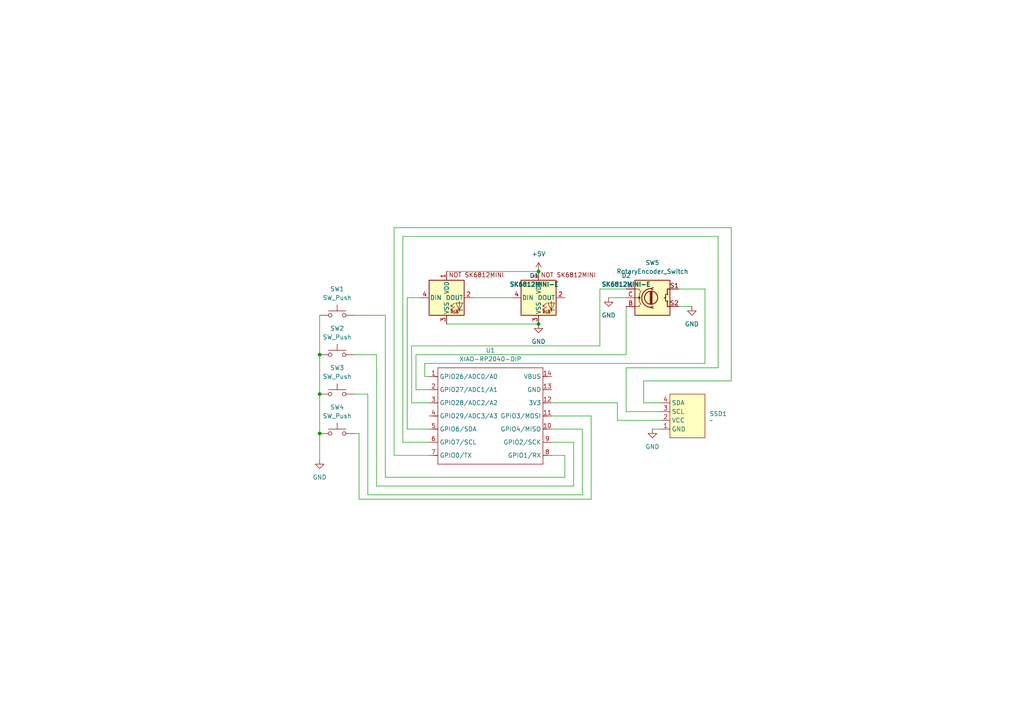
<source format=kicad_sch>
(kicad_sch
	(version 20250114)
	(generator "eeschema")
	(generator_version "9.0")
	(uuid "32935f62-a7e5-4c59-a3d3-df98859b00a3")
	(paper "A4")
	(lib_symbols
		(symbol "Device:RotaryEncoder_Switch"
			(pin_names
				(offset 0.254)
				(hide yes)
			)
			(exclude_from_sim no)
			(in_bom yes)
			(on_board yes)
			(property "Reference" "SW"
				(at 0 6.604 0)
				(effects
					(font
						(size 1.27 1.27)
					)
				)
			)
			(property "Value" "RotaryEncoder_Switch"
				(at 0 -6.604 0)
				(effects
					(font
						(size 1.27 1.27)
					)
				)
			)
			(property "Footprint" ""
				(at -3.81 4.064 0)
				(effects
					(font
						(size 1.27 1.27)
					)
					(hide yes)
				)
			)
			(property "Datasheet" "~"
				(at 0 6.604 0)
				(effects
					(font
						(size 1.27 1.27)
					)
					(hide yes)
				)
			)
			(property "Description" "Rotary encoder, dual channel, incremental quadrate outputs, with switch"
				(at 0 0 0)
				(effects
					(font
						(size 1.27 1.27)
					)
					(hide yes)
				)
			)
			(property "ki_keywords" "rotary switch encoder switch push button"
				(at 0 0 0)
				(effects
					(font
						(size 1.27 1.27)
					)
					(hide yes)
				)
			)
			(property "ki_fp_filters" "RotaryEncoder*Switch*"
				(at 0 0 0)
				(effects
					(font
						(size 1.27 1.27)
					)
					(hide yes)
				)
			)
			(symbol "RotaryEncoder_Switch_0_1"
				(rectangle
					(start -5.08 5.08)
					(end 5.08 -5.08)
					(stroke
						(width 0.254)
						(type default)
					)
					(fill
						(type background)
					)
				)
				(polyline
					(pts
						(xy -5.08 2.54) (xy -3.81 2.54) (xy -3.81 2.032)
					)
					(stroke
						(width 0)
						(type default)
					)
					(fill
						(type none)
					)
				)
				(polyline
					(pts
						(xy -5.08 0) (xy -3.81 0) (xy -3.81 -1.016) (xy -3.302 -2.032)
					)
					(stroke
						(width 0)
						(type default)
					)
					(fill
						(type none)
					)
				)
				(polyline
					(pts
						(xy -5.08 -2.54) (xy -3.81 -2.54) (xy -3.81 -2.032)
					)
					(stroke
						(width 0)
						(type default)
					)
					(fill
						(type none)
					)
				)
				(polyline
					(pts
						(xy -4.318 0) (xy -3.81 0) (xy -3.81 1.016) (xy -3.302 2.032)
					)
					(stroke
						(width 0)
						(type default)
					)
					(fill
						(type none)
					)
				)
				(circle
					(center -3.81 0)
					(radius 0.254)
					(stroke
						(width 0)
						(type default)
					)
					(fill
						(type outline)
					)
				)
				(polyline
					(pts
						(xy -0.635 -1.778) (xy -0.635 1.778)
					)
					(stroke
						(width 0.254)
						(type default)
					)
					(fill
						(type none)
					)
				)
				(circle
					(center -0.381 0)
					(radius 1.905)
					(stroke
						(width 0.254)
						(type default)
					)
					(fill
						(type none)
					)
				)
				(polyline
					(pts
						(xy -0.381 -1.778) (xy -0.381 1.778)
					)
					(stroke
						(width 0.254)
						(type default)
					)
					(fill
						(type none)
					)
				)
				(arc
					(start -0.381 -2.794)
					(mid -3.0988 -0.0635)
					(end -0.381 2.667)
					(stroke
						(width 0.254)
						(type default)
					)
					(fill
						(type none)
					)
				)
				(polyline
					(pts
						(xy -0.127 1.778) (xy -0.127 -1.778)
					)
					(stroke
						(width 0.254)
						(type default)
					)
					(fill
						(type none)
					)
				)
				(polyline
					(pts
						(xy 0.254 2.921) (xy -0.508 2.667) (xy 0.127 2.286)
					)
					(stroke
						(width 0.254)
						(type default)
					)
					(fill
						(type none)
					)
				)
				(polyline
					(pts
						(xy 0.254 -3.048) (xy -0.508 -2.794) (xy 0.127 -2.413)
					)
					(stroke
						(width 0.254)
						(type default)
					)
					(fill
						(type none)
					)
				)
				(polyline
					(pts
						(xy 3.81 1.016) (xy 3.81 -1.016)
					)
					(stroke
						(width 0.254)
						(type default)
					)
					(fill
						(type none)
					)
				)
				(polyline
					(pts
						(xy 3.81 0) (xy 3.429 0)
					)
					(stroke
						(width 0.254)
						(type default)
					)
					(fill
						(type none)
					)
				)
				(circle
					(center 4.318 1.016)
					(radius 0.127)
					(stroke
						(width 0.254)
						(type default)
					)
					(fill
						(type none)
					)
				)
				(circle
					(center 4.318 -1.016)
					(radius 0.127)
					(stroke
						(width 0.254)
						(type default)
					)
					(fill
						(type none)
					)
				)
				(polyline
					(pts
						(xy 5.08 2.54) (xy 4.318 2.54) (xy 4.318 1.016)
					)
					(stroke
						(width 0.254)
						(type default)
					)
					(fill
						(type none)
					)
				)
				(polyline
					(pts
						(xy 5.08 -2.54) (xy 4.318 -2.54) (xy 4.318 -1.016)
					)
					(stroke
						(width 0.254)
						(type default)
					)
					(fill
						(type none)
					)
				)
			)
			(symbol "RotaryEncoder_Switch_1_1"
				(pin passive line
					(at -7.62 2.54 0)
					(length 2.54)
					(name "A"
						(effects
							(font
								(size 1.27 1.27)
							)
						)
					)
					(number "A"
						(effects
							(font
								(size 1.27 1.27)
							)
						)
					)
				)
				(pin passive line
					(at -7.62 0 0)
					(length 2.54)
					(name "C"
						(effects
							(font
								(size 1.27 1.27)
							)
						)
					)
					(number "C"
						(effects
							(font
								(size 1.27 1.27)
							)
						)
					)
				)
				(pin passive line
					(at -7.62 -2.54 0)
					(length 2.54)
					(name "B"
						(effects
							(font
								(size 1.27 1.27)
							)
						)
					)
					(number "B"
						(effects
							(font
								(size 1.27 1.27)
							)
						)
					)
				)
				(pin passive line
					(at 7.62 2.54 180)
					(length 2.54)
					(name "S1"
						(effects
							(font
								(size 1.27 1.27)
							)
						)
					)
					(number "S1"
						(effects
							(font
								(size 1.27 1.27)
							)
						)
					)
				)
				(pin passive line
					(at 7.62 -2.54 180)
					(length 2.54)
					(name "S2"
						(effects
							(font
								(size 1.27 1.27)
							)
						)
					)
					(number "S2"
						(effects
							(font
								(size 1.27 1.27)
							)
						)
					)
				)
			)
			(embedded_fonts no)
		)
		(symbol "LEDsym:SK6812MINI-E"
			(pin_names
				(offset 0.254)
			)
			(exclude_from_sim no)
			(in_bom yes)
			(on_board yes)
			(property "Reference" "D"
				(at -3.556 5.842 0)
				(effects
					(font
						(size 1.27 1.27)
					)
					(justify right bottom)
				)
			)
			(property "Value" "SK6812MINI-E"
				(at 1.27 -5.715 0)
				(effects
					(font
						(size 1.27 1.27)
						(thickness 0.254)
						(bold yes)
					)
					(justify left top)
				)
			)
			(property "Footprint" "SK6812MINI-E - 3.2x2.8x1.78mm"
				(at 1.27 -7.62 0)
				(effects
					(font
						(size 1.27 1.27)
					)
					(justify left top)
					(hide yes)
				)
			)
			(property "Datasheet" "https://cdn-shop.adafruit.com/product-files/4960/4960_SK6812MINI-E_REV02_EN.pdf"
				(at 2.54 -9.525 0)
				(effects
					(font
						(size 1.27 1.27)
					)
					(justify left top)
					(hide yes)
				)
			)
			(property "Description" "RGB LED with integrated controller"
				(at 0 0 0)
				(effects
					(font
						(size 1.27 1.27)
					)
					(hide yes)
				)
			)
			(property "ki_keywords" "RGB LED NeoPixel Mini addressable"
				(at 0 0 0)
				(effects
					(font
						(size 1.27 1.27)
					)
					(hide yes)
				)
			)
			(property "ki_fp_filters" "LED*SK6812MINI*PLCC*3.5x3.5mm*P1.75mm*"
				(at 0 0 0)
				(effects
					(font
						(size 1.27 1.27)
					)
					(hide yes)
				)
			)
			(symbol "SK6812MINI-E_0_0"
				(text "RGB"
					(at 2.286 -4.191 0)
					(effects
						(font
							(size 0.762 0.762)
						)
					)
				)
			)
			(symbol "SK6812MINI-E_0_1"
				(rectangle
					(start -5.08 5.08)
					(end 5.08 -5.08)
					(stroke
						(width 0.254)
						(type default)
					)
					(fill
						(type background)
					)
				)
				(polyline
					(pts
						(xy 1.27 -2.54) (xy 1.778 -2.54)
					)
					(stroke
						(width 0)
						(type default)
					)
					(fill
						(type none)
					)
				)
				(polyline
					(pts
						(xy 1.27 -3.556) (xy 1.778 -3.556)
					)
					(stroke
						(width 0)
						(type default)
					)
					(fill
						(type none)
					)
				)
				(polyline
					(pts
						(xy 2.286 -1.524) (xy 1.27 -2.54) (xy 1.27 -2.032)
					)
					(stroke
						(width 0)
						(type default)
					)
					(fill
						(type none)
					)
				)
				(polyline
					(pts
						(xy 2.286 -2.54) (xy 1.27 -3.556) (xy 1.27 -3.048)
					)
					(stroke
						(width 0)
						(type default)
					)
					(fill
						(type none)
					)
				)
				(polyline
					(pts
						(xy 3.683 -1.016) (xy 3.683 -3.556) (xy 3.683 -4.064)
					)
					(stroke
						(width 0)
						(type default)
					)
					(fill
						(type none)
					)
				)
				(polyline
					(pts
						(xy 4.699 -1.524) (xy 2.667 -1.524) (xy 3.683 -3.556) (xy 4.699 -1.524)
					)
					(stroke
						(width 0)
						(type default)
					)
					(fill
						(type none)
					)
				)
				(polyline
					(pts
						(xy 4.699 -3.556) (xy 2.667 -3.556)
					)
					(stroke
						(width 0)
						(type default)
					)
					(fill
						(type none)
					)
				)
			)
			(symbol "SK6812MINI-E_1_1"
				(text "NOT SK6812MINI"
					(at 8.636 6.604 0)
					(effects
						(font
							(size 1.27 1.27)
						)
					)
				)
				(pin input line
					(at -7.62 0 0)
					(length 2.54)
					(name "DIN"
						(effects
							(font
								(size 1.27 1.27)
							)
						)
					)
					(number "4"
						(effects
							(font
								(size 1.27 1.27)
							)
						)
					)
				)
				(pin power_in line
					(at 0 7.62 270)
					(length 2.54)
					(name "VDD"
						(effects
							(font
								(size 1.27 1.27)
							)
						)
					)
					(number "1"
						(effects
							(font
								(size 1.27 1.27)
							)
						)
					)
				)
				(pin power_in line
					(at 0 -7.62 90)
					(length 2.54)
					(name "VSS"
						(effects
							(font
								(size 1.27 1.27)
							)
						)
					)
					(number "3"
						(effects
							(font
								(size 1.27 1.27)
							)
						)
					)
				)
				(pin output line
					(at 7.62 0 180)
					(length 2.54)
					(name "DOUT"
						(effects
							(font
								(size 1.27 1.27)
							)
						)
					)
					(number "2"
						(effects
							(font
								(size 1.27 1.27)
							)
						)
					)
				)
			)
			(embedded_fonts no)
		)
		(symbol "OLEDsym:SSD1306_0.91_OLED"
			(exclude_from_sim no)
			(in_bom yes)
			(on_board yes)
			(property "Reference" "SSD1306"
				(at -0.254 7.874 0)
				(effects
					(font
						(size 1.27 1.27)
					)
				)
			)
			(property "Value" ""
				(at 0 0 0)
				(effects
					(font
						(size 1.27 1.27)
					)
				)
			)
			(property "Footprint" ""
				(at 0 0 0)
				(effects
					(font
						(size 1.27 1.27)
					)
					(hide yes)
				)
			)
			(property "Datasheet" ""
				(at 0 0 0)
				(effects
					(font
						(size 1.27 1.27)
					)
					(hide yes)
				)
			)
			(property "Description" ""
				(at 0 0 0)
				(effects
					(font
						(size 1.27 1.27)
					)
					(hide yes)
				)
			)
			(symbol "SSD1306_0.91_OLED_1_1"
				(rectangle
					(start -5.08 6.35)
					(end 5.08 -6.35)
					(stroke
						(width 0)
						(type solid)
					)
					(fill
						(type background)
					)
				)
				(pin bidirectional line
					(at -7.62 3.81 0)
					(length 2.54)
					(name "SDA"
						(effects
							(font
								(size 1.27 1.27)
							)
						)
					)
					(number "4"
						(effects
							(font
								(size 1.27 1.27)
							)
						)
					)
				)
				(pin bidirectional line
					(at -7.62 1.27 0)
					(length 2.54)
					(name "SCL"
						(effects
							(font
								(size 1.27 1.27)
							)
						)
					)
					(number "3"
						(effects
							(font
								(size 1.27 1.27)
							)
						)
					)
				)
				(pin power_in line
					(at -7.62 -1.27 0)
					(length 2.54)
					(name "VCC"
						(effects
							(font
								(size 1.27 1.27)
							)
						)
					)
					(number "2"
						(effects
							(font
								(size 1.27 1.27)
							)
						)
					)
				)
				(pin power_in line
					(at -7.62 -3.81 0)
					(length 2.54)
					(name "GND"
						(effects
							(font
								(size 1.27 1.27)
							)
						)
					)
					(number "1"
						(effects
							(font
								(size 1.27 1.27)
							)
						)
					)
				)
			)
			(embedded_fonts no)
		)
		(symbol "OPL:XIAO-RP2040-DIP"
			(exclude_from_sim no)
			(in_bom yes)
			(on_board yes)
			(property "Reference" "U"
				(at 0 0 0)
				(effects
					(font
						(size 1.27 1.27)
					)
				)
			)
			(property "Value" "XIAO-RP2040-DIP"
				(at 5.334 -1.778 0)
				(effects
					(font
						(size 1.27 1.27)
					)
				)
			)
			(property "Footprint" "Module:MOUDLE14P-XIAO-DIP-SMD"
				(at 14.478 -32.258 0)
				(effects
					(font
						(size 1.27 1.27)
					)
					(hide yes)
				)
			)
			(property "Datasheet" ""
				(at 0 0 0)
				(effects
					(font
						(size 1.27 1.27)
					)
					(hide yes)
				)
			)
			(property "Description" ""
				(at 0 0 0)
				(effects
					(font
						(size 1.27 1.27)
					)
					(hide yes)
				)
			)
			(symbol "XIAO-RP2040-DIP_1_0"
				(polyline
					(pts
						(xy -1.27 -2.54) (xy 29.21 -2.54)
					)
					(stroke
						(width 0.1524)
						(type solid)
					)
					(fill
						(type none)
					)
				)
				(polyline
					(pts
						(xy -1.27 -5.08) (xy -2.54 -5.08)
					)
					(stroke
						(width 0.1524)
						(type solid)
					)
					(fill
						(type none)
					)
				)
				(polyline
					(pts
						(xy -1.27 -5.08) (xy -1.27 -2.54)
					)
					(stroke
						(width 0.1524)
						(type solid)
					)
					(fill
						(type none)
					)
				)
				(polyline
					(pts
						(xy -1.27 -8.89) (xy -2.54 -8.89)
					)
					(stroke
						(width 0.1524)
						(type solid)
					)
					(fill
						(type none)
					)
				)
				(polyline
					(pts
						(xy -1.27 -8.89) (xy -1.27 -5.08)
					)
					(stroke
						(width 0.1524)
						(type solid)
					)
					(fill
						(type none)
					)
				)
				(polyline
					(pts
						(xy -1.27 -12.7) (xy -2.54 -12.7)
					)
					(stroke
						(width 0.1524)
						(type solid)
					)
					(fill
						(type none)
					)
				)
				(polyline
					(pts
						(xy -1.27 -12.7) (xy -1.27 -8.89)
					)
					(stroke
						(width 0.1524)
						(type solid)
					)
					(fill
						(type none)
					)
				)
				(polyline
					(pts
						(xy -1.27 -16.51) (xy -2.54 -16.51)
					)
					(stroke
						(width 0.1524)
						(type solid)
					)
					(fill
						(type none)
					)
				)
				(polyline
					(pts
						(xy -1.27 -16.51) (xy -1.27 -12.7)
					)
					(stroke
						(width 0.1524)
						(type solid)
					)
					(fill
						(type none)
					)
				)
				(polyline
					(pts
						(xy -1.27 -20.32) (xy -2.54 -20.32)
					)
					(stroke
						(width 0.1524)
						(type solid)
					)
					(fill
						(type none)
					)
				)
				(polyline
					(pts
						(xy -1.27 -24.13) (xy -2.54 -24.13)
					)
					(stroke
						(width 0.1524)
						(type solid)
					)
					(fill
						(type none)
					)
				)
				(polyline
					(pts
						(xy -1.27 -27.94) (xy -2.54 -27.94)
					)
					(stroke
						(width 0.1524)
						(type solid)
					)
					(fill
						(type none)
					)
				)
				(polyline
					(pts
						(xy -1.27 -30.48) (xy -1.27 -16.51)
					)
					(stroke
						(width 0.1524)
						(type solid)
					)
					(fill
						(type none)
					)
				)
				(polyline
					(pts
						(xy 29.21 -2.54) (xy 29.21 -5.08)
					)
					(stroke
						(width 0.1524)
						(type solid)
					)
					(fill
						(type none)
					)
				)
				(polyline
					(pts
						(xy 29.21 -5.08) (xy 29.21 -8.89)
					)
					(stroke
						(width 0.1524)
						(type solid)
					)
					(fill
						(type none)
					)
				)
				(polyline
					(pts
						(xy 29.21 -8.89) (xy 29.21 -12.7)
					)
					(stroke
						(width 0.1524)
						(type solid)
					)
					(fill
						(type none)
					)
				)
				(polyline
					(pts
						(xy 29.21 -12.7) (xy 29.21 -30.48)
					)
					(stroke
						(width 0.1524)
						(type solid)
					)
					(fill
						(type none)
					)
				)
				(polyline
					(pts
						(xy 29.21 -30.48) (xy -1.27 -30.48)
					)
					(stroke
						(width 0.1524)
						(type solid)
					)
					(fill
						(type none)
					)
				)
				(polyline
					(pts
						(xy 30.48 -5.08) (xy 29.21 -5.08)
					)
					(stroke
						(width 0.1524)
						(type solid)
					)
					(fill
						(type none)
					)
				)
				(polyline
					(pts
						(xy 30.48 -8.89) (xy 29.21 -8.89)
					)
					(stroke
						(width 0.1524)
						(type solid)
					)
					(fill
						(type none)
					)
				)
				(polyline
					(pts
						(xy 30.48 -12.7) (xy 29.21 -12.7)
					)
					(stroke
						(width 0.1524)
						(type solid)
					)
					(fill
						(type none)
					)
				)
				(polyline
					(pts
						(xy 30.48 -16.51) (xy 29.21 -16.51)
					)
					(stroke
						(width 0.1524)
						(type solid)
					)
					(fill
						(type none)
					)
				)
				(polyline
					(pts
						(xy 30.48 -20.32) (xy 29.21 -20.32)
					)
					(stroke
						(width 0.1524)
						(type solid)
					)
					(fill
						(type none)
					)
				)
				(polyline
					(pts
						(xy 30.48 -24.13) (xy 29.21 -24.13)
					)
					(stroke
						(width 0.1524)
						(type solid)
					)
					(fill
						(type none)
					)
				)
				(polyline
					(pts
						(xy 30.48 -27.94) (xy 29.21 -27.94)
					)
					(stroke
						(width 0.1524)
						(type solid)
					)
					(fill
						(type none)
					)
				)
				(pin passive line
					(at -3.81 -5.08 0)
					(length 2.54)
					(name "GPIO26/ADC0/A0"
						(effects
							(font
								(size 1.27 1.27)
							)
						)
					)
					(number "1"
						(effects
							(font
								(size 1.27 1.27)
							)
						)
					)
				)
				(pin passive line
					(at -3.81 -8.89 0)
					(length 2.54)
					(name "GPIO27/ADC1/A1"
						(effects
							(font
								(size 1.27 1.27)
							)
						)
					)
					(number "2"
						(effects
							(font
								(size 1.27 1.27)
							)
						)
					)
				)
				(pin passive line
					(at -3.81 -12.7 0)
					(length 2.54)
					(name "GPIO28/ADC2/A2"
						(effects
							(font
								(size 1.27 1.27)
							)
						)
					)
					(number "3"
						(effects
							(font
								(size 1.27 1.27)
							)
						)
					)
				)
				(pin passive line
					(at -3.81 -16.51 0)
					(length 2.54)
					(name "GPIO29/ADC3/A3"
						(effects
							(font
								(size 1.27 1.27)
							)
						)
					)
					(number "4"
						(effects
							(font
								(size 1.27 1.27)
							)
						)
					)
				)
				(pin passive line
					(at -3.81 -20.32 0)
					(length 2.54)
					(name "GPIO6/SDA"
						(effects
							(font
								(size 1.27 1.27)
							)
						)
					)
					(number "5"
						(effects
							(font
								(size 1.27 1.27)
							)
						)
					)
				)
				(pin passive line
					(at -3.81 -24.13 0)
					(length 2.54)
					(name "GPIO7/SCL"
						(effects
							(font
								(size 1.27 1.27)
							)
						)
					)
					(number "6"
						(effects
							(font
								(size 1.27 1.27)
							)
						)
					)
				)
				(pin passive line
					(at -3.81 -27.94 0)
					(length 2.54)
					(name "GPIO0/TX"
						(effects
							(font
								(size 1.27 1.27)
							)
						)
					)
					(number "7"
						(effects
							(font
								(size 1.27 1.27)
							)
						)
					)
				)
				(pin passive line
					(at 31.75 -5.08 180)
					(length 2.54)
					(name "VBUS"
						(effects
							(font
								(size 1.27 1.27)
							)
						)
					)
					(number "14"
						(effects
							(font
								(size 1.27 1.27)
							)
						)
					)
				)
				(pin passive line
					(at 31.75 -8.89 180)
					(length 2.54)
					(name "GND"
						(effects
							(font
								(size 1.27 1.27)
							)
						)
					)
					(number "13"
						(effects
							(font
								(size 1.27 1.27)
							)
						)
					)
				)
				(pin passive line
					(at 31.75 -12.7 180)
					(length 2.54)
					(name "3V3"
						(effects
							(font
								(size 1.27 1.27)
							)
						)
					)
					(number "12"
						(effects
							(font
								(size 1.27 1.27)
							)
						)
					)
				)
				(pin passive line
					(at 31.75 -16.51 180)
					(length 2.54)
					(name "GPIO3/MOSI"
						(effects
							(font
								(size 1.27 1.27)
							)
						)
					)
					(number "11"
						(effects
							(font
								(size 1.27 1.27)
							)
						)
					)
				)
				(pin passive line
					(at 31.75 -20.32 180)
					(length 2.54)
					(name "GPIO4/MISO"
						(effects
							(font
								(size 1.27 1.27)
							)
						)
					)
					(number "10"
						(effects
							(font
								(size 1.27 1.27)
							)
						)
					)
				)
				(pin passive line
					(at 31.75 -24.13 180)
					(length 2.54)
					(name "GPIO2/SCK"
						(effects
							(font
								(size 1.27 1.27)
							)
						)
					)
					(number "9"
						(effects
							(font
								(size 1.27 1.27)
							)
						)
					)
				)
				(pin passive line
					(at 31.75 -27.94 180)
					(length 2.54)
					(name "GPIO1/RX"
						(effects
							(font
								(size 1.27 1.27)
							)
						)
					)
					(number "8"
						(effects
							(font
								(size 1.27 1.27)
							)
						)
					)
				)
			)
			(embedded_fonts no)
		)
		(symbol "Switch:SW_Push"
			(pin_numbers
				(hide yes)
			)
			(pin_names
				(offset 1.016)
				(hide yes)
			)
			(exclude_from_sim no)
			(in_bom yes)
			(on_board yes)
			(property "Reference" "SW"
				(at 1.27 2.54 0)
				(effects
					(font
						(size 1.27 1.27)
					)
					(justify left)
				)
			)
			(property "Value" "SW_Push"
				(at 0 -1.524 0)
				(effects
					(font
						(size 1.27 1.27)
					)
				)
			)
			(property "Footprint" ""
				(at 0 5.08 0)
				(effects
					(font
						(size 1.27 1.27)
					)
					(hide yes)
				)
			)
			(property "Datasheet" "~"
				(at 0 5.08 0)
				(effects
					(font
						(size 1.27 1.27)
					)
					(hide yes)
				)
			)
			(property "Description" "Push button switch, generic, two pins"
				(at 0 0 0)
				(effects
					(font
						(size 1.27 1.27)
					)
					(hide yes)
				)
			)
			(property "ki_keywords" "switch normally-open pushbutton push-button"
				(at 0 0 0)
				(effects
					(font
						(size 1.27 1.27)
					)
					(hide yes)
				)
			)
			(symbol "SW_Push_0_1"
				(circle
					(center -2.032 0)
					(radius 0.508)
					(stroke
						(width 0)
						(type default)
					)
					(fill
						(type none)
					)
				)
				(polyline
					(pts
						(xy 0 1.27) (xy 0 3.048)
					)
					(stroke
						(width 0)
						(type default)
					)
					(fill
						(type none)
					)
				)
				(circle
					(center 2.032 0)
					(radius 0.508)
					(stroke
						(width 0)
						(type default)
					)
					(fill
						(type none)
					)
				)
				(polyline
					(pts
						(xy 2.54 1.27) (xy -2.54 1.27)
					)
					(stroke
						(width 0)
						(type default)
					)
					(fill
						(type none)
					)
				)
				(pin passive line
					(at -5.08 0 0)
					(length 2.54)
					(name "1"
						(effects
							(font
								(size 1.27 1.27)
							)
						)
					)
					(number "1"
						(effects
							(font
								(size 1.27 1.27)
							)
						)
					)
				)
				(pin passive line
					(at 5.08 0 180)
					(length 2.54)
					(name "2"
						(effects
							(font
								(size 1.27 1.27)
							)
						)
					)
					(number "2"
						(effects
							(font
								(size 1.27 1.27)
							)
						)
					)
				)
			)
			(embedded_fonts no)
		)
		(symbol "power:+5V"
			(power)
			(pin_numbers
				(hide yes)
			)
			(pin_names
				(offset 0)
				(hide yes)
			)
			(exclude_from_sim no)
			(in_bom yes)
			(on_board yes)
			(property "Reference" "#PWR"
				(at 0 -3.81 0)
				(effects
					(font
						(size 1.27 1.27)
					)
					(hide yes)
				)
			)
			(property "Value" "+5V"
				(at 0 3.556 0)
				(effects
					(font
						(size 1.27 1.27)
					)
				)
			)
			(property "Footprint" ""
				(at 0 0 0)
				(effects
					(font
						(size 1.27 1.27)
					)
					(hide yes)
				)
			)
			(property "Datasheet" ""
				(at 0 0 0)
				(effects
					(font
						(size 1.27 1.27)
					)
					(hide yes)
				)
			)
			(property "Description" "Power symbol creates a global label with name \"+5V\""
				(at 0 0 0)
				(effects
					(font
						(size 1.27 1.27)
					)
					(hide yes)
				)
			)
			(property "ki_keywords" "global power"
				(at 0 0 0)
				(effects
					(font
						(size 1.27 1.27)
					)
					(hide yes)
				)
			)
			(symbol "+5V_0_1"
				(polyline
					(pts
						(xy -0.762 1.27) (xy 0 2.54)
					)
					(stroke
						(width 0)
						(type default)
					)
					(fill
						(type none)
					)
				)
				(polyline
					(pts
						(xy 0 2.54) (xy 0.762 1.27)
					)
					(stroke
						(width 0)
						(type default)
					)
					(fill
						(type none)
					)
				)
				(polyline
					(pts
						(xy 0 0) (xy 0 2.54)
					)
					(stroke
						(width 0)
						(type default)
					)
					(fill
						(type none)
					)
				)
			)
			(symbol "+5V_1_1"
				(pin power_in line
					(at 0 0 90)
					(length 0)
					(name "~"
						(effects
							(font
								(size 1.27 1.27)
							)
						)
					)
					(number "1"
						(effects
							(font
								(size 1.27 1.27)
							)
						)
					)
				)
			)
			(embedded_fonts no)
		)
		(symbol "power:GND"
			(power)
			(pin_numbers
				(hide yes)
			)
			(pin_names
				(offset 0)
				(hide yes)
			)
			(exclude_from_sim no)
			(in_bom yes)
			(on_board yes)
			(property "Reference" "#PWR"
				(at 0 -6.35 0)
				(effects
					(font
						(size 1.27 1.27)
					)
					(hide yes)
				)
			)
			(property "Value" "GND"
				(at 0 -3.81 0)
				(effects
					(font
						(size 1.27 1.27)
					)
				)
			)
			(property "Footprint" ""
				(at 0 0 0)
				(effects
					(font
						(size 1.27 1.27)
					)
					(hide yes)
				)
			)
			(property "Datasheet" ""
				(at 0 0 0)
				(effects
					(font
						(size 1.27 1.27)
					)
					(hide yes)
				)
			)
			(property "Description" "Power symbol creates a global label with name \"GND\" , ground"
				(at 0 0 0)
				(effects
					(font
						(size 1.27 1.27)
					)
					(hide yes)
				)
			)
			(property "ki_keywords" "global power"
				(at 0 0 0)
				(effects
					(font
						(size 1.27 1.27)
					)
					(hide yes)
				)
			)
			(symbol "GND_0_1"
				(polyline
					(pts
						(xy 0 0) (xy 0 -1.27) (xy 1.27 -1.27) (xy 0 -2.54) (xy -1.27 -1.27) (xy 0 -1.27)
					)
					(stroke
						(width 0)
						(type default)
					)
					(fill
						(type none)
					)
				)
			)
			(symbol "GND_1_1"
				(pin power_in line
					(at 0 0 270)
					(length 0)
					(name "~"
						(effects
							(font
								(size 1.27 1.27)
							)
						)
					)
					(number "1"
						(effects
							(font
								(size 1.27 1.27)
							)
						)
					)
				)
			)
			(embedded_fonts no)
		)
	)
	(junction
		(at 92.71 114.3)
		(diameter 0)
		(color 0 0 0 0)
		(uuid "0e95dc6a-f55d-4732-8348-ea6a41cb9051")
	)
	(junction
		(at 92.71 102.87)
		(diameter 0)
		(color 0 0 0 0)
		(uuid "34b00a6f-9c35-47f5-86d0-17dad86fc009")
	)
	(junction
		(at 156.21 93.98)
		(diameter 0)
		(color 0 0 0 0)
		(uuid "840d080d-f6da-4d27-8fc5-1a403040b7bd")
	)
	(junction
		(at 92.71 125.73)
		(diameter 0)
		(color 0 0 0 0)
		(uuid "9191636d-9d48-496e-9239-4de2ca902e6a")
	)
	(junction
		(at 156.21 78.74)
		(diameter 0)
		(color 0 0 0 0)
		(uuid "b80d34b4-6f55-4c0c-8c48-bafd353cbc76")
	)
	(wire
		(pts
			(xy 181.61 102.87) (xy 120.65 102.87)
		)
		(stroke
			(width 0)
			(type default)
		)
		(uuid "01215826-de19-47f7-b52b-0b329c1c3b8b")
	)
	(wire
		(pts
			(xy 208.28 68.58) (xy 116.84 68.58)
		)
		(stroke
			(width 0)
			(type default)
		)
		(uuid "0490b007-ab67-4118-9202-6f21312cf3c2")
	)
	(wire
		(pts
			(xy 109.22 102.87) (xy 102.87 102.87)
		)
		(stroke
			(width 0)
			(type default)
		)
		(uuid "05d24216-fdf8-4385-8233-cf5efabea5fe")
	)
	(wire
		(pts
			(xy 104.14 125.73) (xy 102.87 125.73)
		)
		(stroke
			(width 0)
			(type default)
		)
		(uuid "087f094f-66f1-4c7b-b153-30c68ec10dc4")
	)
	(wire
		(pts
			(xy 208.28 106.68) (xy 208.28 68.58)
		)
		(stroke
			(width 0)
			(type default)
		)
		(uuid "0f8d06b0-e29e-42e4-a734-d7fd73866efa")
	)
	(wire
		(pts
			(xy 116.84 68.58) (xy 116.84 128.27)
		)
		(stroke
			(width 0)
			(type default)
		)
		(uuid "10b86462-3bda-4fa9-b731-6649af5e98e3")
	)
	(wire
		(pts
			(xy 166.37 140.97) (xy 109.22 140.97)
		)
		(stroke
			(width 0)
			(type default)
		)
		(uuid "113b4aa4-e0f0-4b14-adbd-7740f487e349")
	)
	(wire
		(pts
			(xy 181.61 106.68) (xy 208.28 106.68)
		)
		(stroke
			(width 0)
			(type default)
		)
		(uuid "1245a30e-38ee-4455-b0a3-17e76d911b4b")
	)
	(wire
		(pts
			(xy 212.09 110.49) (xy 212.09 66.04)
		)
		(stroke
			(width 0)
			(type default)
		)
		(uuid "13c4243d-c6ac-4c55-86cb-c501e25796a8")
	)
	(wire
		(pts
			(xy 196.85 88.9) (xy 200.66 88.9)
		)
		(stroke
			(width 0)
			(type default)
		)
		(uuid "15316edc-9219-4f7e-95bb-7b3388d1fcf7")
	)
	(wire
		(pts
			(xy 191.77 116.84) (xy 186.69 116.84)
		)
		(stroke
			(width 0)
			(type default)
		)
		(uuid "15b01f29-81ab-484f-877b-0f8c88124c0c")
	)
	(wire
		(pts
			(xy 181.61 119.38) (xy 181.61 106.68)
		)
		(stroke
			(width 0)
			(type default)
		)
		(uuid "16d0cb7a-914c-489c-bfb1-9fa720a44f49")
	)
	(wire
		(pts
			(xy 204.47 105.41) (xy 123.19 105.41)
		)
		(stroke
			(width 0)
			(type default)
		)
		(uuid "17560bc1-71a7-46f2-b842-144f407fa2bd")
	)
	(wire
		(pts
			(xy 92.71 91.44) (xy 92.71 102.87)
		)
		(stroke
			(width 0)
			(type default)
		)
		(uuid "18000921-3ade-4925-88b6-1611d1f8b012")
	)
	(wire
		(pts
			(xy 163.83 138.43) (xy 111.76 138.43)
		)
		(stroke
			(width 0)
			(type default)
		)
		(uuid "1a0ba087-f299-43bc-8d53-8a7b5d36a452")
	)
	(wire
		(pts
			(xy 104.14 144.78) (xy 104.14 125.73)
		)
		(stroke
			(width 0)
			(type default)
		)
		(uuid "2dada7b4-51c6-443f-ba26-55995ac5dbd8")
	)
	(wire
		(pts
			(xy 106.68 114.3) (xy 102.87 114.3)
		)
		(stroke
			(width 0)
			(type default)
		)
		(uuid "2ed9bde4-8592-487d-aa69-d8d455820617")
	)
	(wire
		(pts
			(xy 118.11 124.46) (xy 118.11 86.36)
		)
		(stroke
			(width 0)
			(type default)
		)
		(uuid "2f3962b5-2f46-4f92-b132-58d8ca0120c6")
	)
	(wire
		(pts
			(xy 168.91 124.46) (xy 168.91 143.51)
		)
		(stroke
			(width 0)
			(type default)
		)
		(uuid "318ee3bd-4c39-433b-9fde-cdde4c30d7e8")
	)
	(wire
		(pts
			(xy 124.46 124.46) (xy 118.11 124.46)
		)
		(stroke
			(width 0)
			(type default)
		)
		(uuid "3b9bd2a2-47aa-46c4-94ce-036a8f14f40b")
	)
	(wire
		(pts
			(xy 173.99 83.82) (xy 173.99 100.33)
		)
		(stroke
			(width 0)
			(type default)
		)
		(uuid "44952c0d-ac01-4a2b-b913-36223d7b496a")
	)
	(wire
		(pts
			(xy 111.76 91.44) (xy 102.87 91.44)
		)
		(stroke
			(width 0)
			(type default)
		)
		(uuid "449a09fd-bf4d-46f6-8534-6107a7dc5b87")
	)
	(wire
		(pts
			(xy 92.71 125.73) (xy 92.71 133.35)
		)
		(stroke
			(width 0)
			(type default)
		)
		(uuid "4b17e959-0504-4a76-b30a-2d14ddc5794b")
	)
	(wire
		(pts
			(xy 173.99 100.33) (xy 119.38 100.33)
		)
		(stroke
			(width 0)
			(type default)
		)
		(uuid "4f1471f5-481f-4c57-ac9a-5e3a896b5dd1")
	)
	(wire
		(pts
			(xy 160.02 124.46) (xy 168.91 124.46)
		)
		(stroke
			(width 0)
			(type default)
		)
		(uuid "4f823806-6961-4a5e-bc05-ab9fbb765821")
	)
	(wire
		(pts
			(xy 92.71 102.87) (xy 92.71 114.3)
		)
		(stroke
			(width 0)
			(type default)
		)
		(uuid "53664f06-3726-4d38-8a31-766b55f28d26")
	)
	(wire
		(pts
			(xy 212.09 66.04) (xy 114.3 66.04)
		)
		(stroke
			(width 0)
			(type default)
		)
		(uuid "53f6651e-2530-4338-bf33-db456369e5d2")
	)
	(wire
		(pts
			(xy 116.84 128.27) (xy 124.46 128.27)
		)
		(stroke
			(width 0)
			(type default)
		)
		(uuid "540bed04-0965-4f42-883b-4f5e403c11c5")
	)
	(wire
		(pts
			(xy 114.3 66.04) (xy 114.3 132.08)
		)
		(stroke
			(width 0)
			(type default)
		)
		(uuid "6398e957-893f-466e-b3c8-f9fa617eaa1e")
	)
	(wire
		(pts
			(xy 137.16 86.36) (xy 148.59 86.36)
		)
		(stroke
			(width 0)
			(type default)
		)
		(uuid "6893d7b3-69ff-45a9-aa8d-88ac36ec75b9")
	)
	(wire
		(pts
			(xy 92.71 114.3) (xy 92.71 125.73)
		)
		(stroke
			(width 0)
			(type default)
		)
		(uuid "6bff95dc-c7ab-49fa-8055-44cc7ffe997d")
	)
	(wire
		(pts
			(xy 118.11 86.36) (xy 121.92 86.36)
		)
		(stroke
			(width 0)
			(type default)
		)
		(uuid "7004768e-affe-48e5-b382-664c40ac7a95")
	)
	(wire
		(pts
			(xy 191.77 121.92) (xy 179.07 121.92)
		)
		(stroke
			(width 0)
			(type default)
		)
		(uuid "799e4d32-f2db-413f-8ccf-84bbb16b21cb")
	)
	(wire
		(pts
			(xy 119.38 100.33) (xy 119.38 116.84)
		)
		(stroke
			(width 0)
			(type default)
		)
		(uuid "7d032ca6-0743-4fbf-b021-c9025ebc12b3")
	)
	(wire
		(pts
			(xy 196.85 83.82) (xy 204.47 83.82)
		)
		(stroke
			(width 0)
			(type default)
		)
		(uuid "829499e2-7b01-4283-b377-e94652a11aec")
	)
	(wire
		(pts
			(xy 123.19 109.22) (xy 124.46 109.22)
		)
		(stroke
			(width 0)
			(type default)
		)
		(uuid "83e928b6-620e-4371-8440-d8ec26dfadfb")
	)
	(wire
		(pts
			(xy 111.76 138.43) (xy 111.76 91.44)
		)
		(stroke
			(width 0)
			(type default)
		)
		(uuid "86a65a33-7797-4708-bc55-79bc63457e10")
	)
	(wire
		(pts
			(xy 176.53 86.36) (xy 181.61 86.36)
		)
		(stroke
			(width 0)
			(type default)
		)
		(uuid "88bd6846-dcc4-44c1-be5a-2cd10f63d5e5")
	)
	(wire
		(pts
			(xy 114.3 132.08) (xy 124.46 132.08)
		)
		(stroke
			(width 0)
			(type default)
		)
		(uuid "8ed7373f-f05e-4bb6-a709-902041e7f1c7")
	)
	(wire
		(pts
			(xy 168.91 143.51) (xy 106.68 143.51)
		)
		(stroke
			(width 0)
			(type default)
		)
		(uuid "921c2e8d-d57f-4d61-b24b-950fb695145c")
	)
	(wire
		(pts
			(xy 181.61 88.9) (xy 181.61 102.87)
		)
		(stroke
			(width 0)
			(type default)
		)
		(uuid "977ff07c-671e-4482-9dc1-cd2f436a4370")
	)
	(wire
		(pts
			(xy 160.02 120.65) (xy 171.45 120.65)
		)
		(stroke
			(width 0)
			(type default)
		)
		(uuid "9befd685-8b87-47a4-9884-0c27445def7f")
	)
	(wire
		(pts
			(xy 171.45 144.78) (xy 104.14 144.78)
		)
		(stroke
			(width 0)
			(type default)
		)
		(uuid "9c50ba6f-3fb4-494b-a5e8-3721a485c52c")
	)
	(wire
		(pts
			(xy 163.83 132.08) (xy 163.83 138.43)
		)
		(stroke
			(width 0)
			(type default)
		)
		(uuid "9cc5bfec-4df1-45d6-a350-614494b7a437")
	)
	(wire
		(pts
			(xy 129.54 78.74) (xy 156.21 78.74)
		)
		(stroke
			(width 0)
			(type default)
		)
		(uuid "9da57af2-4f2b-4f32-b842-78ea89afb10c")
	)
	(wire
		(pts
			(xy 191.77 119.38) (xy 181.61 119.38)
		)
		(stroke
			(width 0)
			(type default)
		)
		(uuid "9dd666c7-675b-4351-9247-41b9febe3016")
	)
	(wire
		(pts
			(xy 171.45 120.65) (xy 171.45 144.78)
		)
		(stroke
			(width 0)
			(type default)
		)
		(uuid "ac2d26a9-3323-4d8e-b056-5dbff8217cba")
	)
	(wire
		(pts
			(xy 129.54 93.98) (xy 156.21 93.98)
		)
		(stroke
			(width 0)
			(type default)
		)
		(uuid "b095b452-7b20-4902-b0b5-8651962d2ab3")
	)
	(wire
		(pts
			(xy 106.68 143.51) (xy 106.68 114.3)
		)
		(stroke
			(width 0)
			(type default)
		)
		(uuid "bad510bb-613e-41c3-a76b-ca569d656210")
	)
	(wire
		(pts
			(xy 181.61 83.82) (xy 173.99 83.82)
		)
		(stroke
			(width 0)
			(type default)
		)
		(uuid "bbe473a4-0cfc-41ca-a812-d05466a603f9")
	)
	(wire
		(pts
			(xy 179.07 116.84) (xy 160.02 116.84)
		)
		(stroke
			(width 0)
			(type default)
		)
		(uuid "beb7fac5-1b60-4e28-bb1d-4cb924fe1a29")
	)
	(wire
		(pts
			(xy 160.02 132.08) (xy 163.83 132.08)
		)
		(stroke
			(width 0)
			(type default)
		)
		(uuid "bf2bf4cd-aa01-4eef-9359-af716bcc9689")
	)
	(wire
		(pts
			(xy 186.69 110.49) (xy 212.09 110.49)
		)
		(stroke
			(width 0)
			(type default)
		)
		(uuid "bf55a422-803f-472d-b522-23a4f9710ea6")
	)
	(wire
		(pts
			(xy 189.23 124.46) (xy 191.77 124.46)
		)
		(stroke
			(width 0)
			(type default)
		)
		(uuid "c0affd63-66e2-48f8-bf52-c7a7ce7492b8")
	)
	(wire
		(pts
			(xy 120.65 113.03) (xy 124.46 113.03)
		)
		(stroke
			(width 0)
			(type default)
		)
		(uuid "c2df9862-c798-45ea-bed5-e4bf9e1e0efb")
	)
	(wire
		(pts
			(xy 179.07 121.92) (xy 179.07 116.84)
		)
		(stroke
			(width 0)
			(type default)
		)
		(uuid "cf538e9c-fc1a-44f6-b978-706691795c12")
	)
	(wire
		(pts
			(xy 119.38 116.84) (xy 124.46 116.84)
		)
		(stroke
			(width 0)
			(type default)
		)
		(uuid "d2413623-6276-4a59-88c8-80e942663ce8")
	)
	(wire
		(pts
			(xy 204.47 83.82) (xy 204.47 105.41)
		)
		(stroke
			(width 0)
			(type default)
		)
		(uuid "dcc9c752-97bf-4c5e-a991-7468368e2031")
	)
	(wire
		(pts
			(xy 186.69 116.84) (xy 186.69 110.49)
		)
		(stroke
			(width 0)
			(type default)
		)
		(uuid "df2cd13f-5f18-43b7-8f5e-c71575513e5f")
	)
	(wire
		(pts
			(xy 160.02 128.27) (xy 166.37 128.27)
		)
		(stroke
			(width 0)
			(type default)
		)
		(uuid "e51cacec-5117-41f1-8ea6-72db9aa40bcf")
	)
	(wire
		(pts
			(xy 120.65 102.87) (xy 120.65 113.03)
		)
		(stroke
			(width 0)
			(type default)
		)
		(uuid "e7cfca5d-b851-42c2-990c-c27cef974701")
	)
	(wire
		(pts
			(xy 109.22 140.97) (xy 109.22 102.87)
		)
		(stroke
			(width 0)
			(type default)
		)
		(uuid "f24704b4-c401-43d2-a309-c02204dacad4")
	)
	(wire
		(pts
			(xy 166.37 128.27) (xy 166.37 140.97)
		)
		(stroke
			(width 0)
			(type default)
		)
		(uuid "f3f3e4a8-55a4-4f9c-af4d-529f680ecd99")
	)
	(wire
		(pts
			(xy 123.19 105.41) (xy 123.19 109.22)
		)
		(stroke
			(width 0)
			(type default)
		)
		(uuid "fbd05918-5f64-4b18-a4c7-c32b7756e816")
	)
	(symbol
		(lib_id "power:+5V")
		(at 156.21 78.74 0)
		(unit 1)
		(exclude_from_sim no)
		(in_bom yes)
		(on_board yes)
		(dnp no)
		(uuid "16c8f941-0616-444c-a775-b328f3d753cb")
		(property "Reference" "#PWR02"
			(at 156.21 82.55 0)
			(effects
				(font
					(size 1.27 1.27)
				)
				(hide yes)
			)
		)
		(property "Value" "+5V"
			(at 156.21 73.66 0)
			(effects
				(font
					(size 1.27 1.27)
				)
			)
		)
		(property "Footprint" ""
			(at 156.21 78.74 0)
			(effects
				(font
					(size 1.27 1.27)
				)
				(hide yes)
			)
		)
		(property "Datasheet" ""
			(at 156.21 78.74 0)
			(effects
				(font
					(size 1.27 1.27)
				)
				(hide yes)
			)
		)
		(property "Description" "Power symbol creates a global label with name \"+5V\""
			(at 156.21 78.74 0)
			(effects
				(font
					(size 1.27 1.27)
				)
				(hide yes)
			)
		)
		(pin "1"
			(uuid "f7ce6b06-fbef-4577-a4d5-d9ffabaa5f90")
		)
		(instances
			(project ""
				(path "/32935f62-a7e5-4c59-a3d3-df98859b00a3"
					(reference "#PWR02")
					(unit 1)
				)
			)
		)
	)
	(symbol
		(lib_id "Device:RotaryEncoder_Switch")
		(at 189.23 86.36 0)
		(unit 1)
		(exclude_from_sim no)
		(in_bom yes)
		(on_board yes)
		(dnp no)
		(fields_autoplaced yes)
		(uuid "20d96ca6-4668-4638-baf8-9a65ab1077f5")
		(property "Reference" "SW5"
			(at 189.23 76.2 0)
			(effects
				(font
					(size 1.27 1.27)
				)
			)
		)
		(property "Value" "RotaryEncoder_Switch"
			(at 189.23 78.74 0)
			(effects
				(font
					(size 1.27 1.27)
				)
			)
		)
		(property "Footprint" "RotaryEncoders:RotaryEncoder_Alps_EC11E_Vertical_H20mm"
			(at 185.42 82.296 0)
			(effects
				(font
					(size 1.27 1.27)
				)
				(hide yes)
			)
		)
		(property "Datasheet" "~"
			(at 189.23 79.756 0)
			(effects
				(font
					(size 1.27 1.27)
				)
				(hide yes)
			)
		)
		(property "Description" "Rotary encoder, dual channel, incremental quadrate outputs, with switch"
			(at 189.23 86.36 0)
			(effects
				(font
					(size 1.27 1.27)
				)
				(hide yes)
			)
		)
		(pin "C"
			(uuid "15d36ac1-2105-4436-b72f-e255d2a4f560")
		)
		(pin "S1"
			(uuid "4f0f550b-7ca9-4f45-8910-474000f74b14")
		)
		(pin "A"
			(uuid "0f49ad65-e5ec-4c72-82e8-df2badd78132")
		)
		(pin "B"
			(uuid "2cfe7c81-b7b6-403b-874b-59989ee92d7b")
		)
		(pin "S2"
			(uuid "4d2f6c9b-abba-4850-b7aa-f0b081962929")
		)
		(instances
			(project ""
				(path "/32935f62-a7e5-4c59-a3d3-df98859b00a3"
					(reference "SW5")
					(unit 1)
				)
			)
		)
	)
	(symbol
		(lib_id "power:GND")
		(at 156.21 93.98 0)
		(unit 1)
		(exclude_from_sim no)
		(in_bom yes)
		(on_board yes)
		(dnp no)
		(uuid "476de303-88ab-48f7-b340-2ef74b32bc79")
		(property "Reference" "#PWR01"
			(at 156.21 100.33 0)
			(effects
				(font
					(size 1.27 1.27)
				)
				(hide yes)
			)
		)
		(property "Value" "GND"
			(at 156.21 99.06 0)
			(effects
				(font
					(size 1.27 1.27)
				)
			)
		)
		(property "Footprint" ""
			(at 156.21 93.98 0)
			(effects
				(font
					(size 1.27 1.27)
				)
				(hide yes)
			)
		)
		(property "Datasheet" ""
			(at 156.21 93.98 0)
			(effects
				(font
					(size 1.27 1.27)
				)
				(hide yes)
			)
		)
		(property "Description" "Power symbol creates a global label with name \"GND\" , ground"
			(at 156.21 93.98 0)
			(effects
				(font
					(size 1.27 1.27)
				)
				(hide yes)
			)
		)
		(pin "1"
			(uuid "a97e7e97-e762-4a11-ba4c-539a8b32ae73")
		)
		(instances
			(project ""
				(path "/32935f62-a7e5-4c59-a3d3-df98859b00a3"
					(reference "#PWR01")
					(unit 1)
				)
			)
		)
	)
	(symbol
		(lib_id "power:GND")
		(at 176.53 86.36 0)
		(unit 1)
		(exclude_from_sim no)
		(in_bom yes)
		(on_board yes)
		(dnp no)
		(fields_autoplaced yes)
		(uuid "6018efd8-9404-44ae-8e15-243996362eac")
		(property "Reference" "#PWR04"
			(at 176.53 92.71 0)
			(effects
				(font
					(size 1.27 1.27)
				)
				(hide yes)
			)
		)
		(property "Value" "GND"
			(at 176.53 91.44 0)
			(effects
				(font
					(size 1.27 1.27)
				)
			)
		)
		(property "Footprint" ""
			(at 176.53 86.36 0)
			(effects
				(font
					(size 1.27 1.27)
				)
				(hide yes)
			)
		)
		(property "Datasheet" ""
			(at 176.53 86.36 0)
			(effects
				(font
					(size 1.27 1.27)
				)
				(hide yes)
			)
		)
		(property "Description" "Power symbol creates a global label with name \"GND\" , ground"
			(at 176.53 86.36 0)
			(effects
				(font
					(size 1.27 1.27)
				)
				(hide yes)
			)
		)
		(pin "1"
			(uuid "7e5a075e-2cc7-4fb4-8817-519a9f68f42e")
		)
		(instances
			(project ""
				(path "/32935f62-a7e5-4c59-a3d3-df98859b00a3"
					(reference "#PWR04")
					(unit 1)
				)
			)
		)
	)
	(symbol
		(lib_id "OLEDsym:SSD1306_0.91_OLED")
		(at 199.39 120.65 0)
		(unit 1)
		(exclude_from_sim no)
		(in_bom yes)
		(on_board yes)
		(dnp no)
		(fields_autoplaced yes)
		(uuid "75185246-2840-468b-a03d-dd229e0587c7")
		(property "Reference" "SSD1"
			(at 205.74 120.0149 0)
			(effects
				(font
					(size 1.27 1.27)
				)
				(justify left)
			)
		)
		(property "Value" "~"
			(at 205.74 121.92 0)
			(effects
				(font
					(size 1.27 1.27)
				)
				(justify left)
			)
		)
		(property "Footprint" "OLEDs:SSD1306-0.91-OLED-4pin-128x32"
			(at 199.39 120.65 0)
			(effects
				(font
					(size 1.27 1.27)
				)
				(hide yes)
			)
		)
		(property "Datasheet" ""
			(at 199.39 120.65 0)
			(effects
				(font
					(size 1.27 1.27)
				)
				(hide yes)
			)
		)
		(property "Description" ""
			(at 199.39 120.65 0)
			(effects
				(font
					(size 1.27 1.27)
				)
				(hide yes)
			)
		)
		(pin "3"
			(uuid "10ee12aa-4066-4a73-af0f-b5dfba524321")
		)
		(pin "4"
			(uuid "9f1e62f6-4ef6-4bd2-9135-e26344d316a5")
		)
		(pin "2"
			(uuid "40086f4c-656d-4459-bc6b-e4b239b2b606")
		)
		(pin "1"
			(uuid "d408963d-9059-4a65-8131-fa297dbb8a28")
		)
		(instances
			(project ""
				(path "/32935f62-a7e5-4c59-a3d3-df98859b00a3"
					(reference "SSD1")
					(unit 1)
				)
			)
		)
	)
	(symbol
		(lib_id "Switch:SW_Push")
		(at 97.79 91.44 0)
		(unit 1)
		(exclude_from_sim no)
		(in_bom yes)
		(on_board yes)
		(dnp no)
		(fields_autoplaced yes)
		(uuid "8ac205c3-a86d-433a-aec8-8c7363b321ad")
		(property "Reference" "SW1"
			(at 97.79 83.82 0)
			(effects
				(font
					(size 1.27 1.27)
				)
			)
		)
		(property "Value" "SW_Push"
			(at 97.79 86.36 0)
			(effects
				(font
					(size 1.27 1.27)
				)
			)
		)
		(property "Footprint" "Button_Switch_Keyboard:SW_Cherry_MX_1.00u_PCB"
			(at 97.79 86.36 0)
			(effects
				(font
					(size 1.27 1.27)
				)
				(hide yes)
			)
		)
		(property "Datasheet" "~"
			(at 97.79 86.36 0)
			(effects
				(font
					(size 1.27 1.27)
				)
				(hide yes)
			)
		)
		(property "Description" "Push button switch, generic, two pins"
			(at 97.79 91.44 0)
			(effects
				(font
					(size 1.27 1.27)
				)
				(hide yes)
			)
		)
		(pin "2"
			(uuid "b930f47c-1c5c-4344-9068-e88dcf72e1b2")
		)
		(pin "1"
			(uuid "dd8295a8-14cd-4faf-bc06-2b51ac608bd3")
		)
		(instances
			(project ""
				(path "/32935f62-a7e5-4c59-a3d3-df98859b00a3"
					(reference "SW1")
					(unit 1)
				)
			)
		)
	)
	(symbol
		(lib_id "power:GND")
		(at 189.23 124.46 0)
		(unit 1)
		(exclude_from_sim no)
		(in_bom yes)
		(on_board yes)
		(dnp no)
		(fields_autoplaced yes)
		(uuid "9686246d-cacf-4333-b7b0-0ad1e3c8fee3")
		(property "Reference" "#PWR06"
			(at 189.23 130.81 0)
			(effects
				(font
					(size 1.27 1.27)
				)
				(hide yes)
			)
		)
		(property "Value" "GND"
			(at 189.23 129.54 0)
			(effects
				(font
					(size 1.27 1.27)
				)
			)
		)
		(property "Footprint" ""
			(at 189.23 124.46 0)
			(effects
				(font
					(size 1.27 1.27)
				)
				(hide yes)
			)
		)
		(property "Datasheet" ""
			(at 189.23 124.46 0)
			(effects
				(font
					(size 1.27 1.27)
				)
				(hide yes)
			)
		)
		(property "Description" "Power symbol creates a global label with name \"GND\" , ground"
			(at 189.23 124.46 0)
			(effects
				(font
					(size 1.27 1.27)
				)
				(hide yes)
			)
		)
		(pin "1"
			(uuid "d6beb715-801f-4f3e-a088-93e40652639d")
		)
		(instances
			(project ""
				(path "/32935f62-a7e5-4c59-a3d3-df98859b00a3"
					(reference "#PWR06")
					(unit 1)
				)
			)
		)
	)
	(symbol
		(lib_id "power:GND")
		(at 200.66 88.9 0)
		(unit 1)
		(exclude_from_sim no)
		(in_bom yes)
		(on_board yes)
		(dnp no)
		(fields_autoplaced yes)
		(uuid "969eea3f-541e-4a88-a1c2-5726c596d196")
		(property "Reference" "#PWR05"
			(at 200.66 95.25 0)
			(effects
				(font
					(size 1.27 1.27)
				)
				(hide yes)
			)
		)
		(property "Value" "GND"
			(at 200.66 93.98 0)
			(effects
				(font
					(size 1.27 1.27)
				)
			)
		)
		(property "Footprint" ""
			(at 200.66 88.9 0)
			(effects
				(font
					(size 1.27 1.27)
				)
				(hide yes)
			)
		)
		(property "Datasheet" ""
			(at 200.66 88.9 0)
			(effects
				(font
					(size 1.27 1.27)
				)
				(hide yes)
			)
		)
		(property "Description" "Power symbol creates a global label with name \"GND\" , ground"
			(at 200.66 88.9 0)
			(effects
				(font
					(size 1.27 1.27)
				)
				(hide yes)
			)
		)
		(pin "1"
			(uuid "7e5a075e-2cc7-4fb4-8817-519a9f68f42f")
		)
		(instances
			(project ""
				(path "/32935f62-a7e5-4c59-a3d3-df98859b00a3"
					(reference "#PWR05")
					(unit 1)
				)
			)
		)
	)
	(symbol
		(lib_id "LEDsym:SK6812MINI-E")
		(at 129.54 86.36 0)
		(unit 1)
		(exclude_from_sim no)
		(in_bom yes)
		(on_board yes)
		(dnp no)
		(fields_autoplaced yes)
		(uuid "a20e0516-92c4-49b5-b11d-ed85efd6057c")
		(property "Reference" "D1"
			(at 154.94 79.9398 0)
			(effects
				(font
					(size 1.27 1.27)
				)
			)
		)
		(property "Value" "SK6812MINI-E"
			(at 154.94 82.4799 0)
			(effects
				(font
					(size 1.27 1.27)
					(thickness 0.254)
					(bold yes)
				)
			)
		)
		(property "Footprint" "LEDSfixed:SK6812MINI-E_fixed"
			(at 130.81 93.98 0)
			(effects
				(font
					(size 1.27 1.27)
				)
				(justify left top)
				(hide yes)
			)
		)
		(property "Datasheet" "https://cdn-shop.adafruit.com/product-files/4960/4960_SK6812MINI-E_REV02_EN.pdf"
			(at 132.08 95.885 0)
			(effects
				(font
					(size 1.27 1.27)
				)
				(justify left top)
				(hide yes)
			)
		)
		(property "Description" "RGB LED with integrated controller"
			(at 129.54 86.36 0)
			(effects
				(font
					(size 1.27 1.27)
				)
				(hide yes)
			)
		)
		(pin "2"
			(uuid "e5e91a77-cb16-4d50-8c56-f61502ac1b94")
		)
		(pin "1"
			(uuid "5619c0e9-7731-499b-bab7-26a801e90cad")
		)
		(pin "4"
			(uuid "efc70db9-55f3-45e5-8e86-52366f79275a")
		)
		(pin "3"
			(uuid "0bc0998c-6baa-4bc3-9973-feace0f8a20e")
		)
		(instances
			(project ""
				(path "/32935f62-a7e5-4c59-a3d3-df98859b00a3"
					(reference "D1")
					(unit 1)
				)
			)
		)
	)
	(symbol
		(lib_id "Switch:SW_Push")
		(at 97.79 125.73 0)
		(unit 1)
		(exclude_from_sim no)
		(in_bom yes)
		(on_board yes)
		(dnp no)
		(fields_autoplaced yes)
		(uuid "a3d2973a-31d4-4cd7-8535-dc799a5b4bed")
		(property "Reference" "SW4"
			(at 97.79 118.11 0)
			(effects
				(font
					(size 1.27 1.27)
				)
			)
		)
		(property "Value" "SW_Push"
			(at 97.79 120.65 0)
			(effects
				(font
					(size 1.27 1.27)
				)
			)
		)
		(property "Footprint" "Button_Switch_Keyboard:SW_Cherry_MX_1.00u_PCB"
			(at 97.79 120.65 0)
			(effects
				(font
					(size 1.27 1.27)
				)
				(hide yes)
			)
		)
		(property "Datasheet" "~"
			(at 97.79 120.65 0)
			(effects
				(font
					(size 1.27 1.27)
				)
				(hide yes)
			)
		)
		(property "Description" "Push button switch, generic, two pins"
			(at 97.79 125.73 0)
			(effects
				(font
					(size 1.27 1.27)
				)
				(hide yes)
			)
		)
		(pin "2"
			(uuid "b930f47c-1c5c-4344-9068-e88dcf72e1b3")
		)
		(pin "1"
			(uuid "dd8295a8-14cd-4faf-bc06-2b51ac608bd4")
		)
		(instances
			(project ""
				(path "/32935f62-a7e5-4c59-a3d3-df98859b00a3"
					(reference "SW4")
					(unit 1)
				)
			)
		)
	)
	(symbol
		(lib_id "power:GND")
		(at 92.71 133.35 0)
		(unit 1)
		(exclude_from_sim no)
		(in_bom yes)
		(on_board yes)
		(dnp no)
		(fields_autoplaced yes)
		(uuid "ae40cbe2-cf15-4a0a-8265-122fa4883d4c")
		(property "Reference" "#PWR03"
			(at 92.71 139.7 0)
			(effects
				(font
					(size 1.27 1.27)
				)
				(hide yes)
			)
		)
		(property "Value" "GND"
			(at 92.71 138.43 0)
			(effects
				(font
					(size 1.27 1.27)
				)
			)
		)
		(property "Footprint" ""
			(at 92.71 133.35 0)
			(effects
				(font
					(size 1.27 1.27)
				)
				(hide yes)
			)
		)
		(property "Datasheet" ""
			(at 92.71 133.35 0)
			(effects
				(font
					(size 1.27 1.27)
				)
				(hide yes)
			)
		)
		(property "Description" "Power symbol creates a global label with name \"GND\" , ground"
			(at 92.71 133.35 0)
			(effects
				(font
					(size 1.27 1.27)
				)
				(hide yes)
			)
		)
		(pin "1"
			(uuid "2550ba21-7d6f-4818-83b5-f7e533bdff1f")
		)
		(instances
			(project ""
				(path "/32935f62-a7e5-4c59-a3d3-df98859b00a3"
					(reference "#PWR03")
					(unit 1)
				)
			)
		)
	)
	(symbol
		(lib_id "Switch:SW_Push")
		(at 97.79 102.87 0)
		(unit 1)
		(exclude_from_sim no)
		(in_bom yes)
		(on_board yes)
		(dnp no)
		(fields_autoplaced yes)
		(uuid "b78bd799-7852-4f3b-9bc6-20e898a392ca")
		(property "Reference" "SW2"
			(at 97.79 95.25 0)
			(effects
				(font
					(size 1.27 1.27)
				)
			)
		)
		(property "Value" "SW_Push"
			(at 97.79 97.79 0)
			(effects
				(font
					(size 1.27 1.27)
				)
			)
		)
		(property "Footprint" "Button_Switch_Keyboard:SW_Cherry_MX_1.00u_PCB"
			(at 97.79 97.79 0)
			(effects
				(font
					(size 1.27 1.27)
				)
				(hide yes)
			)
		)
		(property "Datasheet" "~"
			(at 97.79 97.79 0)
			(effects
				(font
					(size 1.27 1.27)
				)
				(hide yes)
			)
		)
		(property "Description" "Push button switch, generic, two pins"
			(at 97.79 102.87 0)
			(effects
				(font
					(size 1.27 1.27)
				)
				(hide yes)
			)
		)
		(pin "2"
			(uuid "b930f47c-1c5c-4344-9068-e88dcf72e1b4")
		)
		(pin "1"
			(uuid "dd8295a8-14cd-4faf-bc06-2b51ac608bd5")
		)
		(instances
			(project ""
				(path "/32935f62-a7e5-4c59-a3d3-df98859b00a3"
					(reference "SW2")
					(unit 1)
				)
			)
		)
	)
	(symbol
		(lib_id "OPL:XIAO-RP2040-DIP")
		(at 128.27 104.14 0)
		(unit 1)
		(exclude_from_sim no)
		(in_bom yes)
		(on_board yes)
		(dnp no)
		(fields_autoplaced yes)
		(uuid "ce2cf5a1-1564-40af-801b-a4e3ff68a6f2")
		(property "Reference" "U1"
			(at 142.24 101.6 0)
			(effects
				(font
					(size 1.27 1.27)
				)
			)
		)
		(property "Value" "XIAO-RP2040-DIP"
			(at 142.24 104.14 0)
			(effects
				(font
					(size 1.27 1.27)
				)
			)
		)
		(property "Footprint" "OPL:XIAO-RP2040-DIP"
			(at 142.748 136.398 0)
			(effects
				(font
					(size 1.27 1.27)
				)
				(hide yes)
			)
		)
		(property "Datasheet" ""
			(at 128.27 104.14 0)
			(effects
				(font
					(size 1.27 1.27)
				)
				(hide yes)
			)
		)
		(property "Description" ""
			(at 128.27 104.14 0)
			(effects
				(font
					(size 1.27 1.27)
				)
				(hide yes)
			)
		)
		(pin "14"
			(uuid "2af4c60f-b202-4f89-bac0-35b1a7162e53")
		)
		(pin "5"
			(uuid "8b65c0fa-3d09-4577-9980-66a40d609bfd")
		)
		(pin "8"
			(uuid "1e0edef9-2464-4caa-bf88-526f29b8653b")
		)
		(pin "7"
			(uuid "aaf7d7a0-42b2-470a-8b95-259268bf654b")
		)
		(pin "4"
			(uuid "738ca756-cc50-459c-98b4-a77777c0ba47")
		)
		(pin "2"
			(uuid "2f3358b4-f496-4001-bbc3-6e597221253f")
		)
		(pin "1"
			(uuid "738920c2-bb7d-47c3-98ed-68e30aa3e341")
		)
		(pin "6"
			(uuid "e6714a94-08e3-4f5b-b63e-f5f21cd18cdf")
		)
		(pin "12"
			(uuid "e89cf889-a2d2-480d-ad00-40fc8ede1ca5")
		)
		(pin "13"
			(uuid "c85745f4-cd66-419d-ab46-9b14d0269f5d")
		)
		(pin "11"
			(uuid "173b5715-10bc-4b13-b813-b4989cddd7fc")
		)
		(pin "10"
			(uuid "d82d1c6e-4ff6-4902-bf47-9d8fc7be4b51")
		)
		(pin "9"
			(uuid "8db3502e-c756-4069-b837-89141ff8ac79")
		)
		(pin "3"
			(uuid "a88cfc1f-b430-4574-b97b-9eb0985c174d")
		)
		(instances
			(project ""
				(path "/32935f62-a7e5-4c59-a3d3-df98859b00a3"
					(reference "U1")
					(unit 1)
				)
			)
		)
	)
	(symbol
		(lib_id "LEDsym:SK6812MINI-E")
		(at 156.21 86.36 0)
		(unit 1)
		(exclude_from_sim no)
		(in_bom yes)
		(on_board yes)
		(dnp no)
		(fields_autoplaced yes)
		(uuid "db0cc1d6-3bb0-4222-90af-b3a429c00d29")
		(property "Reference" "D2"
			(at 181.61 79.9398 0)
			(effects
				(font
					(size 1.27 1.27)
				)
			)
		)
		(property "Value" "SK6812MINI-E"
			(at 181.61 82.4799 0)
			(effects
				(font
					(size 1.27 1.27)
					(thickness 0.254)
					(bold yes)
				)
			)
		)
		(property "Footprint" "LEDSfixed:SK6812MINI-E_fixed"
			(at 157.48 93.98 0)
			(effects
				(font
					(size 1.27 1.27)
				)
				(justify left top)
				(hide yes)
			)
		)
		(property "Datasheet" "https://cdn-shop.adafruit.com/product-files/4960/4960_SK6812MINI-E_REV02_EN.pdf"
			(at 158.75 95.885 0)
			(effects
				(font
					(size 1.27 1.27)
				)
				(justify left top)
				(hide yes)
			)
		)
		(property "Description" "RGB LED with integrated controller"
			(at 156.21 86.36 0)
			(effects
				(font
					(size 1.27 1.27)
				)
				(hide yes)
			)
		)
		(pin "2"
			(uuid "e5e91a77-cb16-4d50-8c56-f61502ac1b94")
		)
		(pin "1"
			(uuid "5619c0e9-7731-499b-bab7-26a801e90cad")
		)
		(pin "4"
			(uuid "efc70db9-55f3-45e5-8e86-52366f79275a")
		)
		(pin "3"
			(uuid "0bc0998c-6baa-4bc3-9973-feace0f8a20e")
		)
		(instances
			(project ""
				(path "/32935f62-a7e5-4c59-a3d3-df98859b00a3"
					(reference "D2")
					(unit 1)
				)
			)
		)
	)
	(symbol
		(lib_id "Switch:SW_Push")
		(at 97.79 114.3 0)
		(unit 1)
		(exclude_from_sim no)
		(in_bom yes)
		(on_board yes)
		(dnp no)
		(fields_autoplaced yes)
		(uuid "f2c9a8ed-e8d3-4396-9f5a-6058e9d62480")
		(property "Reference" "SW3"
			(at 97.79 106.68 0)
			(effects
				(font
					(size 1.27 1.27)
				)
			)
		)
		(property "Value" "SW_Push"
			(at 97.79 109.22 0)
			(effects
				(font
					(size 1.27 1.27)
				)
			)
		)
		(property "Footprint" "Button_Switch_Keyboard:SW_Cherry_MX_1.00u_PCB"
			(at 97.79 109.22 0)
			(effects
				(font
					(size 1.27 1.27)
				)
				(hide yes)
			)
		)
		(property "Datasheet" "~"
			(at 97.79 109.22 0)
			(effects
				(font
					(size 1.27 1.27)
				)
				(hide yes)
			)
		)
		(property "Description" "Push button switch, generic, two pins"
			(at 97.79 114.3 0)
			(effects
				(font
					(size 1.27 1.27)
				)
				(hide yes)
			)
		)
		(pin "2"
			(uuid "b930f47c-1c5c-4344-9068-e88dcf72e1b5")
		)
		(pin "1"
			(uuid "dd8295a8-14cd-4faf-bc06-2b51ac608bd6")
		)
		(instances
			(project ""
				(path "/32935f62-a7e5-4c59-a3d3-df98859b00a3"
					(reference "SW3")
					(unit 1)
				)
			)
		)
	)
	(sheet_instances
		(path "/"
			(page "1")
		)
	)
	(embedded_fonts no)
)

</source>
